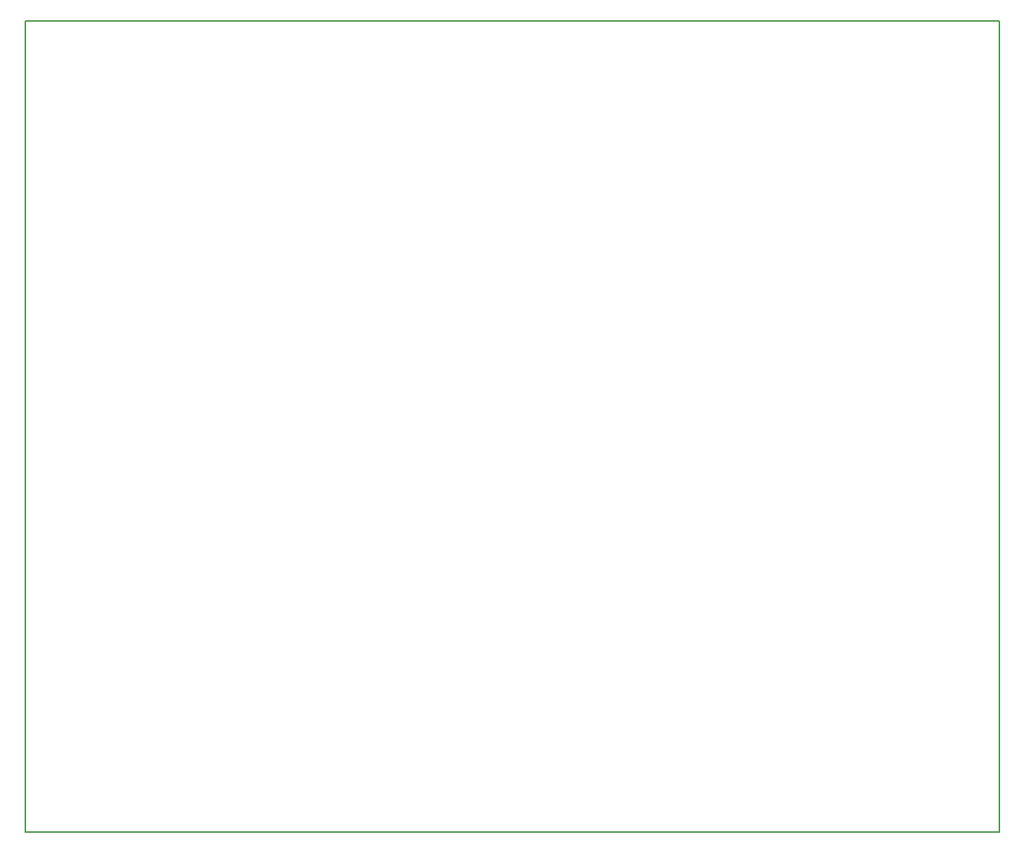
<source format=gbr>
%TF.GenerationSoftware,KiCad,Pcbnew,9.0.2*%
%TF.CreationDate,2025-09-23T15:25:02+08:00*%
%TF.ProjectId,VCU V3.2,56435520-5633-42e3-922e-6b696361645f,rev?*%
%TF.SameCoordinates,Original*%
%TF.FileFunction,Profile,NP*%
%FSLAX46Y46*%
G04 Gerber Fmt 4.6, Leading zero omitted, Abs format (unit mm)*
G04 Created by KiCad (PCBNEW 9.0.2) date 2025-09-23 15:25:02*
%MOMM*%
%LPD*%
G01*
G04 APERTURE LIST*
%TA.AperFunction,Profile*%
%ADD10C,0.150000*%
%TD*%
G04 APERTURE END LIST*
D10*
X93000000Y-41300000D02*
X207000000Y-41300000D01*
X207000000Y-136300000D01*
X93000000Y-136300000D01*
X93000000Y-41300000D01*
M02*

</source>
